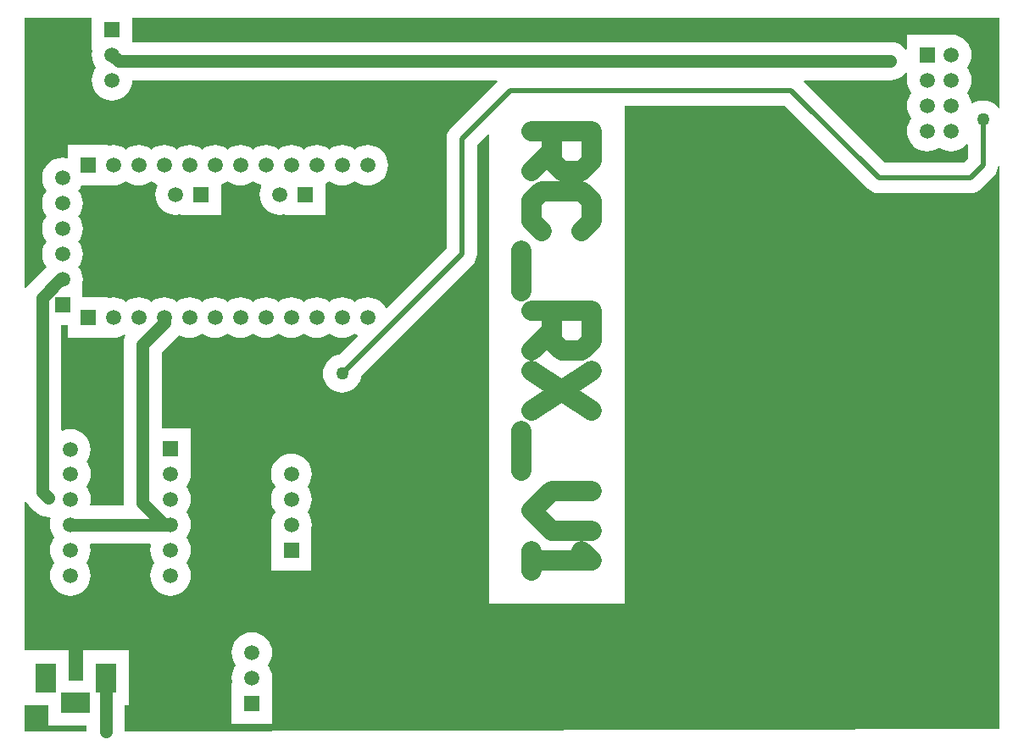
<source format=gtl>
G04*
G04 #@! TF.GenerationSoftware,Altium Limited,Altium Designer,18.1.9 (240)*
G04*
G04 Layer_Physical_Order=1*
G04 Layer_Color=255*
%FSLAX25Y25*%
%MOIN*%
G70*
G01*
G75*
%ADD18C,0.02000*%
%ADD19C,0.05000*%
%ADD20C,0.07874*%
%ADD21R,0.11811X0.07874*%
%ADD22R,0.07874X0.11811*%
%ADD23R,0.05906X0.05906*%
%ADD24C,0.05906*%
%ADD25R,0.05906X0.05906*%
%ADD26C,0.05000*%
G36*
X389000Y254190D02*
X388500Y254011D01*
X387829Y254829D01*
X386687Y255766D01*
X385384Y256463D01*
X383970Y256891D01*
X382500Y257036D01*
X381030Y256891D01*
X379616Y256463D01*
X378413Y255820D01*
X377894Y255984D01*
X377838Y256559D01*
X377383Y258058D01*
X376644Y259440D01*
X376185Y260000D01*
X376644Y260560D01*
X377383Y261942D01*
X377838Y263441D01*
X377991Y265000D01*
X377838Y266559D01*
X377383Y268058D01*
X376644Y269440D01*
X376185Y270000D01*
X376644Y270560D01*
X377383Y271942D01*
X377838Y273441D01*
X377991Y275000D01*
X377838Y276559D01*
X377383Y278058D01*
X376644Y279440D01*
X375651Y280651D01*
X374440Y281645D01*
X373058Y282383D01*
X371559Y282838D01*
X370000Y282991D01*
X368577Y282851D01*
X368465Y282953D01*
Y282953D01*
X352559D01*
Y277118D01*
X352059Y276939D01*
X351329Y277829D01*
X350187Y278766D01*
X348884Y279463D01*
X347470Y279891D01*
X346000Y280036D01*
X47953D01*
Y289453D01*
X389000D01*
X389000Y254190D01*
D02*
G37*
G36*
X352559Y267882D02*
Y267047D01*
X352559D01*
X352686Y266877D01*
X352673Y266547D01*
X352521Y265000D01*
X352674Y263441D01*
X353129Y261942D01*
X353867Y260560D01*
X354327Y260000D01*
X353867Y259440D01*
X353129Y258058D01*
X352674Y256559D01*
X352521Y255000D01*
X352674Y253441D01*
X353129Y251942D01*
X353867Y250560D01*
X354327Y250000D01*
X353867Y249440D01*
X353129Y248058D01*
X352674Y246559D01*
X352521Y245000D01*
X352674Y243441D01*
X353129Y241942D01*
X353867Y240560D01*
X354861Y239349D01*
X356072Y238355D01*
X357454Y237617D01*
X358953Y237162D01*
X360512Y237009D01*
X362071Y237162D01*
X363570Y237617D01*
X364951Y238355D01*
X365256Y238605D01*
X365560Y238355D01*
X366942Y237617D01*
X368441Y237162D01*
X370000Y237009D01*
X371559Y237162D01*
X373058Y237617D01*
X374440Y238355D01*
X375651Y239349D01*
X376000Y239775D01*
X376471Y239607D01*
Y233997D01*
X375003Y232529D01*
X343997D01*
X312025Y264502D01*
X312216Y264964D01*
X346000D01*
X347470Y265108D01*
X348884Y265537D01*
X350187Y266234D01*
X351329Y267171D01*
X352059Y268061D01*
X352559Y267882D01*
D02*
G37*
G36*
X32047Y277047D02*
X32047D01*
X32174Y276876D01*
X32161Y276547D01*
X32009Y275000D01*
X32162Y273441D01*
X32617Y271942D01*
X33356Y270560D01*
X33815Y270000D01*
X33356Y269440D01*
X32617Y268058D01*
X32162Y266559D01*
X32009Y265000D01*
X32162Y263441D01*
X32617Y261942D01*
X33356Y260560D01*
X34349Y259349D01*
X35560Y258355D01*
X36942Y257617D01*
X38441Y257162D01*
X40000Y257009D01*
X41559Y257162D01*
X43058Y257617D01*
X44440Y258355D01*
X45651Y259349D01*
X46644Y260560D01*
X47383Y261942D01*
X47838Y263441D01*
X47988Y264964D01*
X191284D01*
X191475Y264502D01*
X173237Y246263D01*
X172487Y245350D01*
X171930Y244307D01*
X171587Y243176D01*
X171471Y242000D01*
Y198997D01*
X147883Y175409D01*
X147389Y175483D01*
X147144Y175940D01*
X146151Y177151D01*
X144940Y178145D01*
X143558Y178883D01*
X142059Y179338D01*
X140500Y179491D01*
X138941Y179338D01*
X137442Y178883D01*
X136060Y178145D01*
X135500Y177685D01*
X134940Y178145D01*
X133558Y178883D01*
X132059Y179338D01*
X130500Y179491D01*
X128941Y179338D01*
X127442Y178883D01*
X126060Y178145D01*
X125500Y177685D01*
X124940Y178145D01*
X123558Y178883D01*
X122059Y179338D01*
X120500Y179491D01*
X118941Y179338D01*
X117442Y178883D01*
X116060Y178145D01*
X115500Y177685D01*
X114940Y178145D01*
X113558Y178883D01*
X112059Y179338D01*
X110500Y179491D01*
X108941Y179338D01*
X107442Y178883D01*
X106060Y178145D01*
X105500Y177685D01*
X104940Y178145D01*
X103558Y178883D01*
X102059Y179338D01*
X100500Y179491D01*
X98941Y179338D01*
X97442Y178883D01*
X96060Y178145D01*
X95500Y177685D01*
X94940Y178145D01*
X93558Y178883D01*
X92059Y179338D01*
X90500Y179491D01*
X88941Y179338D01*
X87442Y178883D01*
X86060Y178145D01*
X85500Y177685D01*
X84940Y178145D01*
X83558Y178883D01*
X82059Y179338D01*
X80500Y179491D01*
X78941Y179338D01*
X77442Y178883D01*
X76060Y178145D01*
X75500Y177685D01*
X74940Y178145D01*
X73558Y178883D01*
X72059Y179338D01*
X70500Y179491D01*
X68941Y179338D01*
X67442Y178883D01*
X66060Y178145D01*
X65500Y177685D01*
X64940Y178145D01*
X63558Y178883D01*
X62059Y179338D01*
X60500Y179491D01*
X58941Y179338D01*
X57442Y178883D01*
X56060Y178145D01*
X55500Y177685D01*
X54940Y178145D01*
X53558Y178883D01*
X52059Y179338D01*
X50500Y179491D01*
X48941Y179338D01*
X47442Y178883D01*
X46060Y178145D01*
X45500Y177685D01*
X44940Y178145D01*
X43558Y178883D01*
X42059Y179338D01*
X40500Y179491D01*
X38953Y179339D01*
X38623Y179326D01*
X38453Y179453D01*
Y179453D01*
X28453D01*
Y184453D01*
X28453D01*
X28326Y184624D01*
X28339Y184953D01*
X28491Y186500D01*
X28338Y188059D01*
X27883Y189558D01*
X27145Y190940D01*
X26685Y191500D01*
X27145Y192060D01*
X27883Y193442D01*
X28338Y194941D01*
X28491Y196500D01*
X28338Y198059D01*
X27883Y199558D01*
X27145Y200940D01*
X26685Y201500D01*
X27145Y202060D01*
X27883Y203442D01*
X28338Y204941D01*
X28491Y206500D01*
X28338Y208059D01*
X27883Y209558D01*
X27145Y210940D01*
X26685Y211500D01*
X27145Y212060D01*
X27883Y213442D01*
X28338Y214941D01*
X28491Y216500D01*
X28338Y218059D01*
X27883Y219558D01*
X27145Y220940D01*
X26685Y221500D01*
X27145Y222060D01*
X27883Y223442D01*
X27915Y223547D01*
X38453D01*
Y223547D01*
X38623Y223674D01*
X38953Y223661D01*
X40500Y223509D01*
X42059Y223662D01*
X43558Y224117D01*
X44940Y224855D01*
X45500Y225315D01*
X46060Y224855D01*
X47442Y224117D01*
X48941Y223662D01*
X50500Y223509D01*
X52059Y223662D01*
X53558Y224117D01*
X54940Y224855D01*
X55500Y225315D01*
X56060Y224855D01*
X57442Y224117D01*
X57703Y224038D01*
X57894Y223576D01*
X57617Y223058D01*
X57162Y221559D01*
X57009Y220000D01*
X57162Y218441D01*
X57617Y216942D01*
X58355Y215560D01*
X59349Y214349D01*
X60560Y213355D01*
X61942Y212617D01*
X63441Y212162D01*
X65000Y212009D01*
X66547Y212161D01*
X66877Y212174D01*
X67047Y212047D01*
Y212047D01*
X82953D01*
Y223933D01*
X83558Y224117D01*
X84940Y224855D01*
X85500Y225315D01*
X86060Y224855D01*
X87442Y224117D01*
X88941Y223662D01*
X90500Y223509D01*
X92059Y223662D01*
X93558Y224117D01*
X94940Y224855D01*
X95500Y225315D01*
X96060Y224855D01*
X97442Y224117D01*
X98563Y223777D01*
X98754Y223315D01*
X98617Y223058D01*
X98162Y221559D01*
X98009Y220000D01*
X98162Y218441D01*
X98617Y216942D01*
X99356Y215560D01*
X100349Y214349D01*
X101560Y213355D01*
X102942Y212617D01*
X104441Y212162D01*
X106000Y212009D01*
X107547Y212161D01*
X107877Y212174D01*
X108047Y212047D01*
Y212047D01*
X123953D01*
Y224328D01*
X124940Y224855D01*
X125500Y225315D01*
X126060Y224855D01*
X127442Y224117D01*
X128941Y223662D01*
X130500Y223509D01*
X132059Y223662D01*
X133558Y224117D01*
X134940Y224855D01*
X135500Y225315D01*
X136060Y224855D01*
X137442Y224117D01*
X138941Y223662D01*
X140500Y223509D01*
X142059Y223662D01*
X143558Y224117D01*
X144940Y224855D01*
X146151Y225849D01*
X147144Y227060D01*
X147883Y228442D01*
X148338Y229941D01*
X148491Y231500D01*
X148338Y233059D01*
X147883Y234558D01*
X147144Y235940D01*
X146151Y237151D01*
X144940Y238144D01*
X143558Y238883D01*
X142059Y239338D01*
X140500Y239491D01*
X138941Y239338D01*
X137442Y238883D01*
X136060Y238144D01*
X135500Y237685D01*
X134940Y238144D01*
X133558Y238883D01*
X132059Y239338D01*
X130500Y239491D01*
X128941Y239338D01*
X127442Y238883D01*
X126060Y238144D01*
X125500Y237685D01*
X124940Y238144D01*
X123558Y238883D01*
X122059Y239338D01*
X120500Y239491D01*
X118941Y239338D01*
X117442Y238883D01*
X116060Y238144D01*
X115500Y237685D01*
X114940Y238144D01*
X113558Y238883D01*
X112059Y239338D01*
X110500Y239491D01*
X108941Y239338D01*
X107442Y238883D01*
X106060Y238144D01*
X105500Y237685D01*
X104940Y238144D01*
X103558Y238883D01*
X102059Y239338D01*
X100500Y239491D01*
X98941Y239338D01*
X97442Y238883D01*
X96060Y238144D01*
X95500Y237685D01*
X94940Y238144D01*
X93558Y238883D01*
X92059Y239338D01*
X90500Y239491D01*
X88941Y239338D01*
X87442Y238883D01*
X86060Y238144D01*
X85500Y237685D01*
X84940Y238144D01*
X83558Y238883D01*
X82059Y239338D01*
X80500Y239491D01*
X78941Y239338D01*
X77442Y238883D01*
X76060Y238144D01*
X75500Y237685D01*
X74940Y238144D01*
X73558Y238883D01*
X72059Y239338D01*
X70500Y239491D01*
X68941Y239338D01*
X67442Y238883D01*
X66060Y238144D01*
X65500Y237685D01*
X64940Y238144D01*
X63558Y238883D01*
X62059Y239338D01*
X60500Y239491D01*
X58941Y239338D01*
X57442Y238883D01*
X56060Y238144D01*
X55500Y237685D01*
X54940Y238144D01*
X53558Y238883D01*
X52059Y239338D01*
X50500Y239491D01*
X48941Y239338D01*
X47442Y238883D01*
X46060Y238144D01*
X45500Y237685D01*
X44940Y238144D01*
X43558Y238883D01*
X42059Y239338D01*
X40500Y239491D01*
X38953Y239339D01*
X38623Y239326D01*
X38453Y239453D01*
Y239453D01*
X22547D01*
Y234662D01*
X22161Y234334D01*
X22047Y234339D01*
X20500Y234491D01*
X18941Y234338D01*
X17442Y233883D01*
X16060Y233144D01*
X14849Y232151D01*
X13856Y230940D01*
X13117Y229558D01*
X12662Y228059D01*
X12509Y226500D01*
X12662Y224941D01*
X13117Y223442D01*
X13856Y222060D01*
X14315Y221500D01*
X13856Y220940D01*
X13117Y219558D01*
X12662Y218059D01*
X12509Y216500D01*
X12662Y214941D01*
X13117Y213442D01*
X13856Y212060D01*
X14315Y211500D01*
X13856Y210940D01*
X13117Y209558D01*
X12662Y208059D01*
X12509Y206500D01*
X12662Y204941D01*
X13117Y203442D01*
X13856Y202060D01*
X14315Y201500D01*
X13856Y200940D01*
X13117Y199558D01*
X12662Y198059D01*
X12509Y196500D01*
X12662Y194941D01*
X13117Y193442D01*
X13856Y192060D01*
X14167Y191681D01*
X7171Y184684D01*
X6234Y183542D01*
X6033Y183166D01*
X5548Y183287D01*
Y289453D01*
X32047D01*
Y277047D01*
D02*
G37*
G36*
X22547Y163547D02*
X38453D01*
Y163547D01*
X38623Y163674D01*
X38953Y163661D01*
X40500Y163509D01*
X42059Y163662D01*
X43558Y164117D01*
X44940Y164856D01*
X45029Y164929D01*
X45423Y164605D01*
X45037Y163884D01*
X44609Y162470D01*
X44464Y161000D01*
Y98500D01*
X44521Y97913D01*
X44186Y97543D01*
X31615D01*
X31317Y97944D01*
X31468Y98441D01*
X31621Y100000D01*
X31468Y101559D01*
X31013Y103058D01*
X30274Y104440D01*
X29815Y105000D01*
X30274Y105560D01*
X31013Y106942D01*
X31468Y108441D01*
X31621Y110000D01*
X31468Y111559D01*
X31013Y113058D01*
X30274Y114440D01*
X29956Y114828D01*
X30239Y115173D01*
X30977Y116555D01*
X31432Y118054D01*
X31585Y119613D01*
X31432Y121172D01*
X30977Y122671D01*
X30239Y124052D01*
X29245Y125263D01*
X28034Y126257D01*
X26652Y126996D01*
X25153Y127450D01*
X23594Y127604D01*
X22035Y127450D01*
X20536Y126996D01*
X20465Y126958D01*
X20036Y127215D01*
Y165000D01*
Y168547D01*
X22547D01*
Y163547D01*
D02*
G37*
G36*
X337237Y222237D02*
X338151Y221487D01*
X339193Y220930D01*
X340324Y220587D01*
X341500Y220471D01*
X377500D01*
X378676Y220587D01*
X379807Y220930D01*
X380850Y221487D01*
X381763Y222237D01*
X386763Y227237D01*
X387513Y228150D01*
X388070Y229193D01*
X388413Y230324D01*
X388500Y231206D01*
X389000Y231181D01*
X389000Y9455D01*
X45390Y8574D01*
X45036Y8927D01*
Y18779D01*
X46504D01*
Y40591D01*
X28630D01*
Y28740D01*
X22882D01*
Y40591D01*
X5548D01*
Y99068D01*
X6033Y99190D01*
X6234Y98813D01*
X7171Y97671D01*
X9671Y95171D01*
X10813Y94234D01*
X12116Y93537D01*
X13530Y93108D01*
X15000Y92964D01*
X15678Y93031D01*
X16060Y92566D01*
X15756Y91566D01*
X15603Y90007D01*
X15756Y88447D01*
X16211Y86948D01*
X16950Y85567D01*
X17410Y85006D01*
X16950Y84446D01*
X16211Y83065D01*
X15756Y81565D01*
X15603Y80006D01*
X15756Y78448D01*
X16211Y76948D01*
X16950Y75567D01*
X17410Y75007D01*
X16950Y74446D01*
X16211Y73065D01*
X15756Y71566D01*
X15603Y70007D01*
X15756Y68448D01*
X16211Y66948D01*
X16950Y65567D01*
X17943Y64356D01*
X19154Y63362D01*
X20536Y62624D01*
X22035Y62169D01*
X23594Y62015D01*
X25153Y62169D01*
X26652Y62624D01*
X28034Y63362D01*
X29245Y64356D01*
X30239Y65567D01*
X30977Y66948D01*
X31432Y68448D01*
X31585Y70007D01*
X31432Y71566D01*
X30977Y73065D01*
X30239Y74446D01*
X29779Y75007D01*
X30239Y75567D01*
X30977Y76948D01*
X31432Y78448D01*
X31585Y80006D01*
X31432Y81565D01*
X31279Y82069D01*
X31577Y82470D01*
X54981D01*
X55279Y82069D01*
X55127Y81565D01*
X54973Y80006D01*
X55127Y78448D01*
X55581Y76948D01*
X56320Y75567D01*
X56780Y75007D01*
X56320Y74446D01*
X55581Y73065D01*
X55127Y71566D01*
X54973Y70007D01*
X55127Y68448D01*
X55581Y66948D01*
X56320Y65567D01*
X57314Y64356D01*
X58525Y63362D01*
X59906Y62624D01*
X61405Y62169D01*
X62964Y62015D01*
X64523Y62169D01*
X66022Y62624D01*
X67404Y63362D01*
X68615Y64356D01*
X69609Y65567D01*
X70347Y66948D01*
X70802Y68448D01*
X70955Y70007D01*
X70802Y71566D01*
X70347Y73065D01*
X69609Y74446D01*
X69149Y75007D01*
X69609Y75567D01*
X70347Y76948D01*
X70802Y78448D01*
X70955Y80006D01*
X70802Y81565D01*
X70347Y83065D01*
X69609Y84446D01*
X69149Y85006D01*
X69609Y85567D01*
X70347Y86948D01*
X70802Y88447D01*
X70955Y90007D01*
X70802Y91566D01*
X70347Y93065D01*
X69609Y94446D01*
X69169Y94981D01*
X69644Y95560D01*
X70383Y96942D01*
X70838Y98441D01*
X70991Y100000D01*
X70838Y101559D01*
X70383Y103058D01*
X69644Y104440D01*
X69185Y105000D01*
X69644Y105560D01*
X70383Y106942D01*
X70838Y108441D01*
X70991Y110000D01*
X70839Y111547D01*
X70826Y111876D01*
X70953Y112047D01*
X70953D01*
Y127953D01*
X59536D01*
Y157878D01*
X65829Y164171D01*
X66290Y164733D01*
X67442Y164117D01*
X68941Y163662D01*
X70500Y163509D01*
X72059Y163662D01*
X73558Y164117D01*
X74940Y164856D01*
X75500Y165315D01*
X76060Y164856D01*
X77442Y164117D01*
X78941Y163662D01*
X80500Y163509D01*
X82059Y163662D01*
X83558Y164117D01*
X84940Y164856D01*
X85500Y165315D01*
X86060Y164856D01*
X87442Y164117D01*
X88941Y163662D01*
X90500Y163509D01*
X92059Y163662D01*
X93558Y164117D01*
X94940Y164856D01*
X95500Y165315D01*
X96060Y164856D01*
X97442Y164117D01*
X98941Y163662D01*
X100500Y163509D01*
X102059Y163662D01*
X103558Y164117D01*
X104940Y164856D01*
X105500Y165315D01*
X106060Y164856D01*
X107442Y164117D01*
X108941Y163662D01*
X110500Y163509D01*
X112059Y163662D01*
X113558Y164117D01*
X114940Y164856D01*
X115500Y165315D01*
X116060Y164856D01*
X117442Y164117D01*
X118941Y163662D01*
X120500Y163509D01*
X122059Y163662D01*
X123558Y164117D01*
X124940Y164856D01*
X125500Y165315D01*
X126060Y164856D01*
X127442Y164117D01*
X128941Y163662D01*
X130500Y163509D01*
X132059Y163662D01*
X133558Y164117D01*
X134940Y164856D01*
X135500Y165315D01*
X136060Y164856D01*
X136517Y164611D01*
X136591Y164117D01*
X129402Y156928D01*
X129030Y156892D01*
X127616Y156463D01*
X126313Y155766D01*
X125171Y154829D01*
X124234Y153687D01*
X123537Y152384D01*
X123108Y150970D01*
X122964Y149500D01*
X123108Y148030D01*
X123537Y146616D01*
X124234Y145313D01*
X125171Y144171D01*
X126313Y143234D01*
X127616Y142537D01*
X129030Y142109D01*
X130500Y141964D01*
X131970Y142109D01*
X133384Y142537D01*
X134687Y143234D01*
X135829Y144171D01*
X136766Y145313D01*
X137463Y146616D01*
X137891Y148030D01*
X137928Y148402D01*
X181763Y192237D01*
X182513Y193150D01*
X183070Y194193D01*
X183413Y195324D01*
X183529Y196500D01*
Y239503D01*
X187728Y243702D01*
X188190Y243511D01*
Y58954D01*
X241488D01*
Y254971D01*
X304503D01*
X337237Y222237D01*
D02*
G37*
G36*
X14811Y10866D02*
X29964D01*
Y8534D01*
X5901Y8472D01*
X5548Y8826D01*
Y18779D01*
X14811D01*
Y10866D01*
D02*
G37*
%LPC*%
G36*
X110500Y117998D02*
X108941Y117844D01*
X107442Y117389D01*
X106060Y116651D01*
X104849Y115657D01*
X103856Y114446D01*
X103117Y113065D01*
X102662Y111565D01*
X102509Y110006D01*
X102662Y108448D01*
X103117Y106948D01*
X103856Y105567D01*
X104315Y105007D01*
X103856Y104446D01*
X103117Y103065D01*
X102662Y101566D01*
X102509Y100006D01*
X102662Y98448D01*
X103117Y96948D01*
X103856Y95567D01*
X104315Y95007D01*
X103856Y94446D01*
X103117Y93065D01*
X102662Y91566D01*
X102509Y90007D01*
X102661Y88459D01*
X102674Y88130D01*
X102547Y87959D01*
X102547D01*
Y72054D01*
X118453D01*
Y87959D01*
X118453D01*
X118326Y88130D01*
X118339Y88459D01*
X118491Y90007D01*
X118338Y91566D01*
X117883Y93065D01*
X117145Y94446D01*
X116685Y95007D01*
X117145Y95567D01*
X117883Y96948D01*
X118338Y98448D01*
X118491Y100006D01*
X118338Y101566D01*
X117883Y103065D01*
X117145Y104446D01*
X116685Y105007D01*
X117145Y105567D01*
X117883Y106948D01*
X118338Y108448D01*
X118491Y110006D01*
X118338Y111565D01*
X117883Y113065D01*
X117145Y114446D01*
X116151Y115657D01*
X114940Y116651D01*
X113558Y117389D01*
X112059Y117844D01*
X110500Y117998D01*
D02*
G37*
G36*
X95000Y47676D02*
X93441Y47523D01*
X91942Y47068D01*
X90560Y46330D01*
X89349Y45336D01*
X88355Y44125D01*
X87617Y42743D01*
X87162Y41244D01*
X87009Y39685D01*
X87162Y38126D01*
X87617Y36627D01*
X88355Y35245D01*
X88815Y34685D01*
X88355Y34125D01*
X87617Y32743D01*
X87162Y31244D01*
X87009Y29685D01*
X87161Y28138D01*
X87174Y27808D01*
X87047Y27638D01*
X87047D01*
Y11732D01*
X102953D01*
Y27638D01*
X102953D01*
X102826Y27808D01*
X102839Y28138D01*
X102991Y29685D01*
X102838Y31244D01*
X102383Y32743D01*
X101645Y34125D01*
X101185Y34685D01*
X101645Y35245D01*
X102383Y36627D01*
X102838Y38126D01*
X102991Y39685D01*
X102838Y41244D01*
X102383Y42743D01*
X101645Y44125D01*
X100651Y45336D01*
X99440Y46330D01*
X98058Y47068D01*
X96559Y47523D01*
X95000Y47676D01*
D02*
G37*
%LPD*%
D18*
X196500Y261000D02*
X307000D01*
X177500Y242000D02*
X196500Y261000D01*
X177500Y196500D02*
Y242000D01*
X382500Y231500D02*
Y249500D01*
X377500Y226500D02*
X382500Y231500D01*
X341500Y226500D02*
X377500D01*
X307000Y261000D02*
X341500Y226500D01*
X130500Y149500D02*
X177500Y196500D01*
D19*
X40000Y275000D02*
X42500Y272500D01*
X346000D01*
X60493Y90007D02*
X62964D01*
X23594D02*
X60493D01*
X52000Y98500D02*
X60493Y90007D01*
X52000Y98500D02*
Y161000D01*
X60500Y169500D01*
Y171500D01*
X12500Y103000D02*
X15000Y100500D01*
X12500Y103000D02*
Y165000D01*
Y179355D01*
X19645Y186500D01*
X20500D01*
X37500Y29618D02*
X37567Y29685D01*
X37500Y8500D02*
Y29618D01*
D20*
X205000Y245000D02*
X228614D01*
Y233193D01*
X224679Y229257D01*
X216807D01*
X212872Y233193D01*
Y245000D01*
Y237128D02*
X205000Y229257D01*
X224679Y205643D02*
X228614Y209578D01*
Y217450D01*
X224679Y221386D01*
X208936D01*
X205000Y217450D01*
Y209578D01*
X208936Y205643D01*
X201064Y197771D02*
Y182028D01*
X205000Y174157D02*
X228614D01*
Y162350D01*
X224679Y158414D01*
X216807D01*
X212872Y162350D01*
Y174157D01*
Y166285D02*
X205000Y158414D01*
X228614Y150542D02*
X205000Y134799D01*
X228614D02*
X205000Y150542D01*
X201064Y126928D02*
Y111185D01*
X228614Y103314D02*
X212872D01*
X205000Y95442D01*
X212872Y87571D01*
X228614D01*
X205000Y79699D02*
Y71828D01*
Y75763D01*
X228614D01*
X224679Y79699D01*
D21*
X25717Y19803D02*
D03*
D22*
X13945Y29685D02*
D03*
X37567D02*
D03*
D23*
X40000Y285000D02*
D03*
X20500Y176500D02*
D03*
X360512Y275000D02*
D03*
X110500Y80006D02*
D03*
X95000Y19685D02*
D03*
X63000Y120000D02*
D03*
D24*
X40000Y275000D02*
D03*
Y265000D02*
D03*
X106000Y220000D02*
D03*
X65000D02*
D03*
X20500Y186500D02*
D03*
Y196500D02*
D03*
Y206500D02*
D03*
Y216500D02*
D03*
Y226500D02*
D03*
X140500Y231500D02*
D03*
X130500D02*
D03*
X120500D02*
D03*
X110500D02*
D03*
X100500D02*
D03*
X90500D02*
D03*
X80500D02*
D03*
X70500D02*
D03*
X60500D02*
D03*
X50500D02*
D03*
X40500D02*
D03*
X40500Y171500D02*
D03*
X50500D02*
D03*
X60500D02*
D03*
X70500D02*
D03*
X80500D02*
D03*
X90500D02*
D03*
X100500D02*
D03*
X110500D02*
D03*
X120500D02*
D03*
X130500D02*
D03*
X140500D02*
D03*
X370000Y255000D02*
D03*
Y245000D02*
D03*
Y265000D02*
D03*
Y275000D02*
D03*
X360512Y265000D02*
D03*
Y245000D02*
D03*
Y255000D02*
D03*
X110500Y90007D02*
D03*
Y110006D02*
D03*
Y100006D02*
D03*
X95000Y29685D02*
D03*
Y39685D02*
D03*
X23594Y119613D02*
D03*
X23630Y110000D02*
D03*
Y100000D02*
D03*
X23594Y80006D02*
D03*
Y90007D02*
D03*
Y70007D02*
D03*
X62964D02*
D03*
Y90007D02*
D03*
Y80006D02*
D03*
X63000Y100000D02*
D03*
Y110000D02*
D03*
D25*
X116000Y220000D02*
D03*
X75000D02*
D03*
X30500Y231500D02*
D03*
X30500Y171500D02*
D03*
D26*
X382500Y249500D02*
D03*
X130500Y149500D02*
D03*
X346000Y272500D02*
D03*
X15000Y100500D02*
D03*
X12500Y165000D02*
D03*
X37500Y8500D02*
D03*
M02*

</source>
